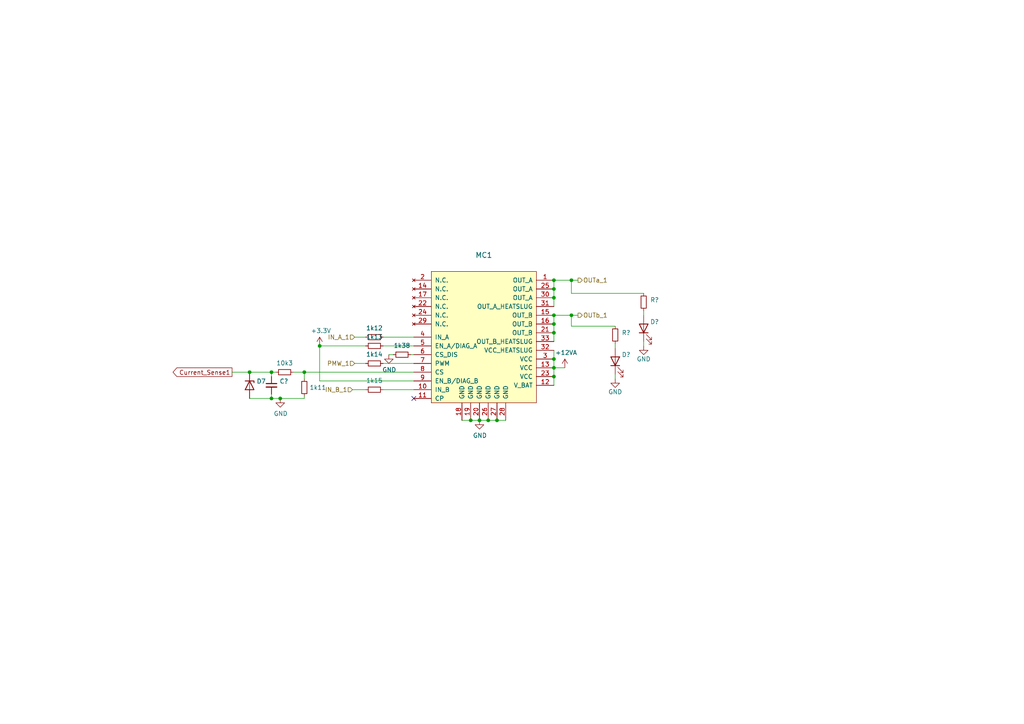
<source format=kicad_sch>
(kicad_sch (version 20211123) (generator eeschema)
  (paper "A4")
  (title_block (title "ArmBoard_Hardware") (date "2021-10-15") (rev "0") (company "Mars Rover Design Team") (comment 1 "Drawn By: Patrick Simoni / Tyler Lunyou"))
  (lib_symbols
    (symbol "Device:C_Small" (pin_numbers hide) (pin_names (offset 0.254) hide)
      (property "Reference" "C" (at 0.254 1.778 0))
      (property "Value" "C_Small" (at 0.254 -2.032 0))
      (symbol "C_Small_0_1"
        (polyline (pts (xy -1.524 -0.508) (xy 1.524 -0.508)) (stroke (width 0.3302)))
        (polyline (pts (xy -1.524 0.508) (xy 1.524 0.508)) (stroke (width 0.3048)))
      )
      (symbol "C_Small_1_1"
        (pin passive line (at 0 2.54 270) (length 2.032) (name "~") (number "1"))
        (pin passive line (at 0 -2.54 90) (length 2.032) (name "~") (number "2"))
      )
    )
    (symbol "Device:D_Zener" (pin_numbers hide) (pin_names (offset 1.016) hide)
      (property "Reference" "D" (at 0 2.54 0))
      (property "Value" "D_Zener" (at 0 -2.54 0))
      (symbol "D_Zener_0_1"
        (polyline (pts (xy 1.27 0) (xy -1.27 0)))
        (polyline (pts (xy -1.27 -1.27) (xy -1.27 1.27) (xy -0.762 1.27)) (stroke (width 0.254)))
        (polyline (pts (xy 1.27 -1.27) (xy 1.27 1.27) (xy -1.27 0) (xy 1.27 -1.27)) (stroke (width 0.254)))
      )
      (symbol "D_Zener_1_1"
        (pin passive line (at -3.81 0 0) (length 2.54) (name "K") (number "1"))
        (pin passive line (at 3.81 0 180) (length 2.54) (name "A") (number "2"))
      )
    )
    (symbol "Device:LED" (pin_numbers hide) (pin_names (offset 1.016) hide)
      (property "Reference" "D" (at 0 2.54 0))
      (property "Value" "LED" (at 0 -2.54 0))
      (symbol "LED_0_1"
        (polyline (pts (xy -1.27 -1.27) (xy -1.27 1.27)) (stroke (width 0.254)))
        (polyline (pts (xy -1.27 0) (xy 1.27 0)))
        (polyline (pts (xy 1.27 -1.27) (xy 1.27 1.27) (xy -1.27 0) (xy 1.27 -1.27)) (stroke (width 0.254)))
        (polyline (pts (xy -3.048 -0.762) (xy -4.572 -2.286) (xy -3.81 -2.286) (xy -4.572 -2.286) (xy -4.572 -1.524)))
        (polyline (pts (xy -1.778 -0.762) (xy -3.302 -2.286) (xy -2.54 -2.286) (xy -3.302 -2.286) (xy -3.302 -1.524)))
      )
      (symbol "LED_1_1"
        (pin passive line (at -3.81 0 0) (length 2.54) (name "K") (number "1"))
        (pin passive line (at 3.81 0 180) (length 2.54) (name "A") (number "2"))
      )
    )
    (symbol "Device:R_Small" (pin_numbers hide) (pin_names (offset 0.254) hide)
      (property "Reference" "R" (at 0.762 0.508 0))
      (property "Value" "R_Small" (at 0.762 -1.016 0))
      (symbol "R_Small_0_1"
        (rectangle (start -0.762 1.778) (end 0.762 -1.778) (stroke (width 0.2032)))
      )
      (symbol "R_Small_1_1"
        (pin passive line (at 0 2.54 270) (length 0.762) (name "~") (number "1"))
        (pin passive line (at 0 -2.54 90) (length 0.762) (name "~") (number "2"))
      )
    )
    (symbol "MRDT_ICs:VNH5019A_E" (pin_names (offset 1.016))
      (property "Reference" "U" (at 1.27 -1.27 0))
      (property "Value" "VNH5019A_E" (at 15.24 36.83 0))
      (symbol "VNH5019A_E_1_1"
        (rectangle (start 0 38.1) (end 30.48 0) (fill (type background)))
        (pin input line (at 35.56 35.56 180) (length 5.08) (name "OUT_A") (number "1"))
        (pin input line (at -5.08 3.81 0) (length 5.08) (name "IN_B") (number "10"))
        (pin input line (at -5.08 1.27 0) (length 5.08) (name "CP") (number "11"))
        (pin power_in line (at 35.56 5.08 180) (length 5.08) (name "V_BAT") (number "12"))
        (pin power_in line (at 35.56 10.16 180) (length 5.08) (name "VCC") (number "13"))
        (pin no_connect line (at -5.08 33.02 0) (length 5.08) (name "N.C.") (number "14"))
        (pin input line (at 35.56 25.4 180) (length 5.08) (name "OUT_B") (number "15"))
        (pin input line (at 35.56 22.86 180) (length 5.08) (name "OUT_B") (number "16"))
        (pin no_connect line (at -5.08 30.48 0) (length 5.08) (name "N.C.") (number "17"))
        (pin input line (at 8.89 -5.08 90) (length 5.08) (name "GND") (number "18"))
        (pin input line (at 11.43 -5.08 90) (length 5.08) (name "GND") (number "19"))
        (pin no_connect line (at -5.08 35.56 0) (length 5.08) (name "N.C.") (number "2"))
        (pin input line (at 13.97 -5.08 90) (length 5.08) (name "GND") (number "20"))
        (pin input line (at 35.56 20.32 180) (length 5.08) (name "OUT_B") (number "21"))
        (pin no_connect line (at -5.08 27.94 0) (length 5.08) (name "N.C.") (number "22"))
        (pin input line (at 35.56 7.62 180) (length 5.08) (name "VCC") (number "23"))
        (pin no_connect line (at -5.08 25.4 0) (length 5.08) (name "N.C.") (number "24"))
        (pin input line (at 35.56 33.02 180) (length 5.08) (name "OUT_A") (number "25"))
        (pin input line (at 16.51 -5.08 90) (length 5.08) (name "GND") (number "26"))
        (pin input line (at 19.05 -5.08 90) (length 5.08) (name "GND") (number "27"))
        (pin input line (at 21.59 -5.08 90) (length 5.08) (name "GND") (number "28"))
        (pin no_connect line (at -5.08 22.86 0) (length 5.08) (name "N.C.") (number "29"))
        (pin power_in line (at 35.56 12.7 180) (length 5.08) (name "VCC") (number "3"))
        (pin input line (at 35.56 30.48 180) (length 5.08) (name "OUT_A") (number "30"))
        (pin input line (at 35.56 27.94 180) (length 5.08) (name "OUT_A_HEATSLUG") (number "31"))
        (pin input line (at 35.56 15.24 180) (length 5.08) (name "VCC_HEATSLUG") (number "32"))
        (pin input line (at 35.56 17.78 180) (length 5.08) (name "OUT_B_HEATSLUG") (number "33"))
        (pin input line (at -5.08 19.05 0) (length 5.08) (name "IN_A") (number "4"))
        (pin input line (at -5.08 16.51 0) (length 5.08) (name "EN_A/DIAG_A") (number "5"))
        (pin input line (at -5.08 13.97 0) (length 5.08) (name "CS_DIS") (number "6"))
        (pin input line (at -5.08 11.43 0) (length 5.08) (name "PWM") (number "7"))
        (pin input line (at -5.08 8.89 0) (length 5.08) (name "CS") (number "8"))
        (pin input line (at -5.08 6.35 0) (length 5.08) (name "EN_B/DIAG_B") (number "9"))
      )
    )
    (symbol "power:+12VA" (power) (pin_names (offset 0))
      (property "Value" "+12VA" (at 0 3.556 0))
      (symbol "+12VA_0_1"
        (polyline (pts (xy -0.762 1.27) (xy 0 2.54)))
        (polyline (pts (xy 0 0) (xy 0 2.54)))
        (polyline (pts (xy 0 2.54) (xy 0.762 1.27)))
      )
      (symbol "+12VA_1_1"
        (pin power_in line (at 0 0 90) (length 0) hide (name "+12VA") (number "1"))
      )
    )
    (symbol "power:+3.3V" (power) (pin_names (offset 0))
      (property "Value" "+3.3V" (at 0 3.556 0))
      (symbol "+3.3V_0_1"
        (polyline (pts (xy -0.762 1.27) (xy 0 2.54)))
        (polyline (pts (xy 0 0) (xy 0 2.54)))
        (polyline (pts (xy 0 2.54) (xy 0.762 1.27)))
      )
      (symbol "+3.3V_1_1"
        (pin power_in line (at 0 0 90) (length 0) hide (name "+3.3V") (number "1"))
      )
    )
    (symbol "power:GND" (power) (pin_names (offset 0))
      (property "Value" "GND" (at 0 -3.81 0))
      (symbol "GND_0_1"
        (polyline (pts (xy 0 0) (xy 0 -1.27) (xy 1.27 -1.27) (xy 0 -2.54) (xy -1.27 -1.27) (xy 0 -1.27)))
      )
      (symbol "GND_1_1"
        (pin power_in line (at 0 0 270) (length 0) hide (name "GND") (number "1"))
      )
    )
  )
  (junction (at 144.145 121.92))
  (junction (at 160.655 93.98))
  (junction (at 160.655 96.52))
  (junction (at 72.39 107.95))
  (junction (at 160.655 109.22))
  (junction (at 160.655 83.82))
  (junction (at 88.265 107.95))
  (junction (at 141.605 121.92))
  (junction (at 160.655 104.14))
  (junction (at 160.655 86.36))
  (junction (at 78.74 107.95))
  (junction (at 78.74 115.57))
  (junction (at 160.655 81.28))
  (junction (at 165.735 81.28))
  (junction (at 165.735 91.44))
  (junction (at 139.065 121.92))
  (junction (at 160.655 106.68))
  (junction (at 136.525 121.92))
  (junction (at 92.71 100.33))
  (junction (at 160.655 91.44))
  (junction (at 81.28 115.57))
  (no_connect (at 120.015 115.57))
  (wire (pts (xy 160.655 93.98) (xy 160.655 96.52)))
  (wire (pts (xy 165.735 81.28) (xy 165.735 85.09)))
  (wire (pts (xy 160.655 106.68) (xy 160.655 109.22)))
  (wire (pts (xy 72.39 115.57) (xy 78.74 115.57)))
  (wire (pts (xy 160.655 81.28) (xy 160.655 83.82)))
  (wire (pts (xy 165.735 81.28) (xy 167.64 81.28)))
  (wire (pts (xy 160.655 91.44) (xy 160.655 93.98)))
  (wire (pts (xy 141.605 121.92) (xy 139.065 121.92)))
  (wire (pts (xy 165.735 94.615) (xy 178.435 94.615)))
  (wire (pts (xy 160.655 81.28) (xy 165.735 81.28)))
  (wire (pts (xy 165.735 91.44) (xy 165.735 94.615)))
  (wire (pts (xy 120.015 110.49) (xy 92.71 110.49)))
  (wire (pts (xy 102.87 97.79) (xy 106.045 97.79)))
  (wire (pts (xy 133.985 121.92) (xy 136.525 121.92)))
  (wire (pts (xy 78.74 115.57) (xy 81.28 115.57)))
  (wire (pts (xy 160.655 104.14) (xy 160.655 106.68)))
  (wire (pts (xy 136.525 121.92) (xy 139.065 121.92)))
  (wire (pts (xy 160.655 111.76) (xy 160.655 109.22)))
  (wire (pts (xy 106.045 105.41) (xy 102.87 105.41)))
  (wire (pts (xy 111.125 97.79) (xy 120.015 97.79)))
  (wire (pts (xy 81.28 115.57) (xy 88.265 115.57)))
  (wire (pts (xy 88.265 115.57) (xy 88.265 114.935)))
  (wire (pts (xy 120.015 107.95) (xy 88.265 107.95)))
  (wire (pts (xy 78.74 107.95) (xy 80.01 107.95)))
  (wire (pts (xy 165.735 91.44) (xy 167.64 91.44)))
  (wire (pts (xy 165.735 85.09) (xy 186.69 85.09)))
  (wire (pts (xy 78.74 107.95) (xy 72.39 107.95)))
  (wire (pts (xy 88.265 109.855) (xy 88.265 107.95)))
  (wire (pts (xy 111.125 105.41) (xy 120.015 105.41)))
  (wire (pts (xy 78.74 109.22) (xy 78.74 107.95)))
  (wire (pts (xy 160.655 101.6) (xy 160.655 104.14)))
  (wire (pts (xy 160.655 86.36) (xy 160.655 88.9)))
  (wire (pts (xy 178.435 99.695) (xy 178.435 100.965)))
  (wire (pts (xy 88.265 107.95) (xy 85.09 107.95)))
  (wire (pts (xy 92.71 100.33) (xy 92.71 110.49)))
  (wire (pts (xy 160.655 106.68) (xy 163.83 106.68)))
  (wire (pts (xy 141.605 121.92) (xy 144.145 121.92)))
  (wire (pts (xy 160.655 91.44) (xy 165.735 91.44)))
  (wire (pts (xy 72.39 107.95) (xy 67.31 107.95)))
  (wire (pts (xy 102.235 113.03) (xy 106.045 113.03)))
  (wire (pts (xy 106.045 100.33) (xy 92.71 100.33)))
  (wire (pts (xy 144.145 121.92) (xy 146.685 121.92)))
  (wire (pts (xy 111.125 113.03) (xy 120.015 113.03)))
  (wire (pts (xy 120.015 100.33) (xy 111.125 100.33)))
  (wire (pts (xy 178.435 108.585) (xy 178.435 109.855)))
  (wire (pts (xy 186.69 90.17) (xy 186.69 91.44)))
  (wire (pts (xy 78.74 115.57) (xy 78.74 114.3)))
  (wire (pts (xy 112.776 102.87) (xy 114.046 102.87)))
  (wire (pts (xy 119.126 102.87) (xy 120.015 102.87)))
  (wire (pts (xy 186.69 99.06) (xy 186.69 100.33)))
  (wire (pts (xy 160.655 86.36) (xy 160.655 83.82)))
  (wire (pts (xy 160.655 96.52) (xy 160.655 99.06)))
  (global_label "Current_Sense1" (shape output) (at 67.31 107.95 180) (property "Intersheet References" "${INTERSHEET_REFS}" (effects hide)))
  (hierarchical_label "OUTb_1" (shape output) (at 167.64 91.44 0))
  (hierarchical_label "IN_B_1" (shape input) (at 102.235 113.03 180))
  (hierarchical_label "OUTa_1" (shape output) (at 167.64 81.28 0))
  (hierarchical_label "IN_A_1" (shape input) (at 102.87 97.79 180))
  (hierarchical_label "PMW_1" (shape input) (at 102.87 105.41 180))
  (symbol (lib_id "MRDT_ICs:VNH5019A_E") (at 125.095 116.84 0) (unit 1)
    (property "Reference" "MC1" (at 140.335 73.9902 0) (effects (font (size 1.524 1.524))))
  )
  (symbol (lib_id "power:GND") (at 139.065 121.92 0) (unit 1)
    (property "Reference" "#PWR0115" (effects hide))
  )
  (symbol (lib_id "Device:R_Small") (at 108.585 105.41 270) (unit 1)
    (property "Reference" "1k14" (at 108.585 102.7684 90))
  )
  (symbol (lib_id "Device:R_Small") (at 108.585 100.33 270) (unit 1)
    (property "Reference" "1k13" (at 108.585 97.6884 90))
  )
  (symbol (lib_id "Device:R_Small") (at 108.585 97.79 270) (unit 1)
    (property "Reference" "1k12" (at 108.585 95.1484 90))
  )
  (symbol (lib_id "power:+3.3V") (at 92.71 100.33 0) (unit 1)
    (property "Reference" "#PWR0118" (effects hide))
  )
  (symbol (lib_id "Device:R_Small") (at 108.585 113.03 270) (unit 1)
    (property "Reference" "1k15" (at 108.585 110.3884 90))
  )
  (symbol (lib_id "Device:LED") (at 186.69 95.25 90) (unit 1)
    (property "Reference" "D?" (at 189.865 93.345 90))
  )
  (symbol (lib_id "Device:R_Small") (at 186.69 87.63 0) (unit 1)
    (property "Reference" "R?" (at 189.865 86.995 0))
  )
  (symbol (lib_id "power:GND") (at 112.776 102.87 0) (unit 1)
    (property "Reference" "#PWR05" (effects hide))
  )
  (symbol (lib_id "Device:R_Small") (at 116.586 102.87 270) (unit 1)
    (property "Reference" "1k38" (at 116.586 100.2284 90))
  )
  (symbol (lib_id "Device:R_Small") (at 82.55 107.95 270) (unit 1)
    (property "Reference" "10k3" (at 82.55 105.3084 90))
  )
  (symbol (lib_id "Device:R_Small") (at 88.265 112.395 0) (unit 1)
    (property "Reference" "1k11" (at 89.7636 112.395 0) (effects (justify left)))
  )
  (symbol (lib_id "power:GND") (at 81.28 115.57 0) (unit 1)
    (property "Reference" "#PWR0117" (effects hide))
  )
  (symbol (lib_id "Device:C_Small") (at 78.74 111.76 0) (unit 1)
    (property "Reference" "C?" (at 81.0768 110.5916 0) (effects (justify left)))
  )
  (symbol (lib_id "Device:D_Zener") (at 72.39 111.76 270) (unit 1)
    (property "Reference" "D7" (at 74.422 110.5916 90) (effects (justify left)))
  )
  (symbol (lib_id "Device:LED") (at 178.435 104.775 90) (unit 1)
    (property "Reference" "D?" (at 181.61 102.87 90))
  )
  (symbol (lib_id "power:+12VA") (at 163.83 106.68 0) (unit 1)
    (property "Reference" "#PWR0116" (effects hide))
  )
  (symbol (lib_id "power:GND") (at 178.435 109.855 0) (unit 1)
    (property "Reference" "#PWR?" (effects hide))
  )
  (symbol (lib_id "Device:R_Small") (at 178.435 97.155 0) (unit 1)
    (property "Reference" "R?" (at 181.61 96.52 0))
  )
  (symbol (lib_id "power:GND") (at 186.69 100.33 0) (unit 1)
    (property "Reference" "#PWR?" (effects hide))
  )
)
</source>
